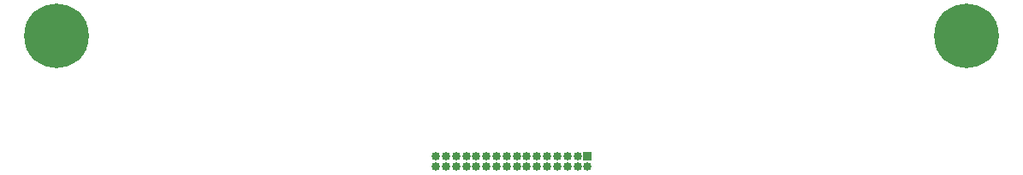
<source format=gbr>
%TF.GenerationSoftware,KiCad,Pcbnew,(5.1.9-0-10_14)*%
%TF.CreationDate,2021-09-09T15:19:59-05:00*%
%TF.ProjectId,nand7400-plaque,6e616e64-3734-4303-902d-706c61717565,rev?*%
%TF.SameCoordinates,Original*%
%TF.FileFunction,Copper,L2,Bot*%
%TF.FilePolarity,Positive*%
%FSLAX46Y46*%
G04 Gerber Fmt 4.6, Leading zero omitted, Abs format (unit mm)*
G04 Created by KiCad (PCBNEW (5.1.9-0-10_14)) date 2021-09-09 15:19:59*
%MOMM*%
%LPD*%
G01*
G04 APERTURE LIST*
%TA.AperFunction,ComponentPad*%
%ADD10O,0.850000X0.850000*%
%TD*%
%TA.AperFunction,ComponentPad*%
%ADD11R,0.850000X0.850000*%
%TD*%
%TA.AperFunction,ComponentPad*%
%ADD12C,6.400000*%
%TD*%
G04 APERTURE END LIST*
D10*
%TO.P,REF\u002A\u002A,32*%
%TO.N,N/C*%
X132650000Y-86270000D03*
%TO.P,REF\u002A\u002A,31*%
X132650000Y-85270000D03*
%TO.P,REF\u002A\u002A,30*%
X133650000Y-86270000D03*
%TO.P,REF\u002A\u002A,29*%
X133650000Y-85270000D03*
%TO.P,REF\u002A\u002A,28*%
X134650000Y-86270000D03*
%TO.P,REF\u002A\u002A,27*%
X134650000Y-85270000D03*
%TO.P,REF\u002A\u002A,26*%
X135650000Y-86270000D03*
%TO.P,REF\u002A\u002A,25*%
X135650000Y-85270000D03*
%TO.P,REF\u002A\u002A,24*%
X136650000Y-86270000D03*
%TO.P,REF\u002A\u002A,23*%
X136650000Y-85270000D03*
%TO.P,REF\u002A\u002A,22*%
X137650000Y-86270000D03*
%TO.P,REF\u002A\u002A,21*%
X137650000Y-85270000D03*
%TO.P,REF\u002A\u002A,20*%
X138650000Y-86270000D03*
%TO.P,REF\u002A\u002A,19*%
X138650000Y-85270000D03*
%TO.P,REF\u002A\u002A,18*%
X139650000Y-86270000D03*
%TO.P,REF\u002A\u002A,17*%
X139650000Y-85270000D03*
%TO.P,REF\u002A\u002A,16*%
X140650000Y-86270000D03*
%TO.P,REF\u002A\u002A,15*%
X140650000Y-85270000D03*
%TO.P,REF\u002A\u002A,14*%
X141650000Y-86270000D03*
%TO.P,REF\u002A\u002A,13*%
X141650000Y-85270000D03*
%TO.P,REF\u002A\u002A,12*%
X142650000Y-86270000D03*
%TO.P,REF\u002A\u002A,11*%
X142650000Y-85270000D03*
%TO.P,REF\u002A\u002A,10*%
X143650000Y-86270000D03*
%TO.P,REF\u002A\u002A,9*%
X143650000Y-85270000D03*
%TO.P,REF\u002A\u002A,8*%
X144650000Y-86270000D03*
%TO.P,REF\u002A\u002A,7*%
X144650000Y-85270000D03*
%TO.P,REF\u002A\u002A,6*%
X145650000Y-86270000D03*
%TO.P,REF\u002A\u002A,5*%
X145650000Y-85270000D03*
%TO.P,REF\u002A\u002A,4*%
X146650000Y-86270000D03*
%TO.P,REF\u002A\u002A,3*%
X146650000Y-85270000D03*
%TO.P,REF\u002A\u002A,2*%
X147650000Y-86270000D03*
D11*
%TO.P,REF\u002A\u002A,1*%
X147650000Y-85270000D03*
%TD*%
D12*
%TO.P,REF\u002A\u002A,1*%
%TO.N,N/C*%
X95150000Y-73350000D03*
%TD*%
%TO.P,REF\u002A\u002A,1*%
%TO.N,N/C*%
X185150000Y-73350000D03*
%TD*%
M02*

</source>
